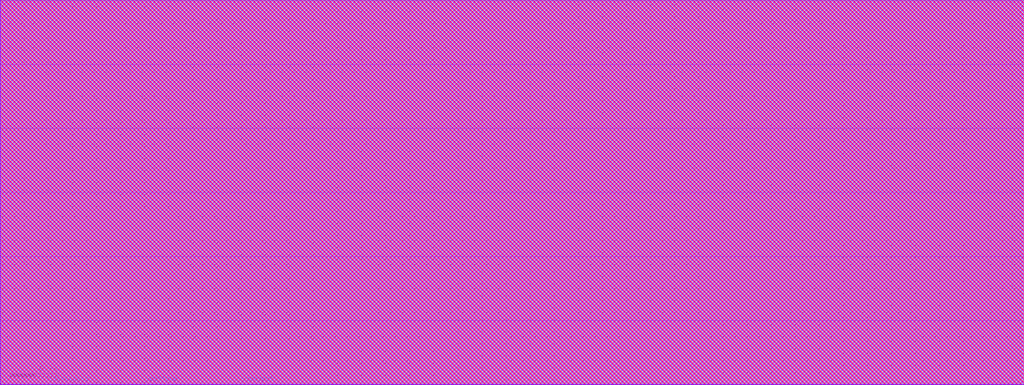
<source format=lef>
##
## LEF for PtnCells ;
## created by Innovus v20.11-s130_1 on Fri Jan 17 11:01:24 2025
##

VERSION 5.8 ;

BUSBITCHARS "[]" ;
DIVIDERCHAR "/" ;

MACRO BATCHARGERcore
  CLASS BLOCK ;
  SIZE 850.000000 BY 320.000000 ;
  FOREIGN BATCHARGERcore 0.000000 0.000000 ;
  ORIGIN 0 0 ;
  SYMMETRY X Y R90 ;
  PIN iforcedbat
    DIRECTION OUTPUT ;
    USE ANALOG ;
    PORT
      LAYER metal4 ;
        RECT 40.100000 0.000000 40.300000 0.520000 ;
    END
  END iforcedbat
  PIN vsensbat
    DIRECTION INPUT ;
    USE ANALOG ;
    PORT
      LAYER metal4 ;
        RECT 200.100000 0.000000 200.300000 0.520000 ;
    END
  END vsensbat
  PIN vin
    DIRECTION INPUT ;
    USE SIGNAL ;
    PORT
      LAYER metal1 ;
        RECT 849.360000 319.320000 850.000000 319.480000 ;
    END
  END vin
  PIN vbattemp
    DIRECTION INPUT ;
    USE ANALOG ;
    PORT
      LAYER metal4 ;
        RECT 120.100000 0.000000 120.300000 0.520000 ;
    END
  END vbattemp
  PIN en
    DIRECTION INPUT ;
    USE SIGNAL ;
    PORT
      LAYER metal1 ;
        RECT 849.360000 212.920000 850.000000 213.080000 ;
    END
  END en
  PIN sel[3]
    DIRECTION INPUT ;
    USE SIGNAL ;
    PORT
      LAYER metal1 ;
        RECT 849.360000 159.720000 850.000000 159.880000 ;
    END
  END sel[3]
  PIN sel[2]
    DIRECTION INPUT ;
    USE SIGNAL ;
    PORT
      LAYER metal1 ;
        RECT 849.360000 106.520000 850.000000 106.680000 ;
    END
  END sel[2]
  PIN sel[1]
    DIRECTION INPUT ;
    USE SIGNAL ;
    PORT
      LAYER metal1 ;
        RECT 849.360000 53.320000 850.000000 53.480000 ;
    END
  END sel[1]
  PIN sel[0]
    DIRECTION INPUT ;
    USE SIGNAL ;
    PORT
      LAYER metal1 ;
        RECT 849.360000 0.120000 850.000000 0.280000 ;
    END
  END sel[0]
  PIN pgnd
    DIRECTION INOUT ;
    USE SIGNAL ;
    PORT
      LAYER metal1 ;
        RECT 849.360000 266.120000 850.000000 266.280000 ;
    END
  END pgnd
  PIN dvdd
    DIRECTION INOUT ;
    USE POWER ;
    PORT
      LAYER metal3 ;
        RECT 424.500000 319.480000 424.700000 320.000000 ;
    END
  END dvdd
  PIN dgnd
    DIRECTION INOUT ;
    USE GROUND ;
    PORT
      LAYER metal3 ;
        RECT 20.100000 319.480000 20.300000 320.000000 ;
    END
  END dgnd
  OBS
    LAYER metal1 ;
      RECT 0.000000 319.640000 850.000000 320.000000 ;
      RECT 0.000000 319.160000 849.170000 319.640000 ;
      RECT 0.000000 266.440000 850.000000 319.160000 ;
      RECT 0.000000 265.960000 849.170000 266.440000 ;
      RECT 0.000000 213.240000 850.000000 265.960000 ;
      RECT 0.000000 212.760000 849.170000 213.240000 ;
      RECT 0.000000 160.040000 850.000000 212.760000 ;
      RECT 0.000000 159.560000 849.170000 160.040000 ;
      RECT 0.000000 106.840000 850.000000 159.560000 ;
      RECT 0.000000 106.360000 849.170000 106.840000 ;
      RECT 0.000000 53.640000 850.000000 106.360000 ;
      RECT 0.000000 53.160000 849.170000 53.640000 ;
      RECT 0.000000 0.440000 850.000000 53.160000 ;
      RECT 0.000000 0.000000 849.170000 0.440000 ;
    LAYER metal2 ;
      RECT 0.000000 0.000000 850.000000 320.000000 ;
    LAYER metal3 ;
      RECT 424.900000 319.280000 850.000000 320.000000 ;
      RECT 20.500000 319.280000 424.300000 320.000000 ;
      RECT 0.000000 319.280000 19.900000 320.000000 ;
      RECT 0.000000 0.000000 850.000000 319.280000 ;
    LAYER metal4 ;
      RECT 0.000000 0.720000 850.000000 320.000000 ;
      RECT 200.500000 0.000000 850.000000 0.720000 ;
      RECT 120.500000 0.000000 199.900000 0.720000 ;
      RECT 40.500000 0.000000 119.900000 0.720000 ;
      RECT 0.000000 0.000000 39.900000 0.720000 ;
    LAYER metal5 ;
      RECT 0.000000 0.000000 850.000000 320.000000 ;
    LAYER metal6 ;
      RECT 0.000000 0.000000 850.000000 320.000000 ;
    LAYER metal7 ;
      RECT 0.000000 0.000000 850.000000 320.000000 ;
    LAYER metal8 ;
      RECT 0.000000 0.000000 850.000000 320.000000 ;
  END
END BATCHARGERcore

END LIBRARY

</source>
